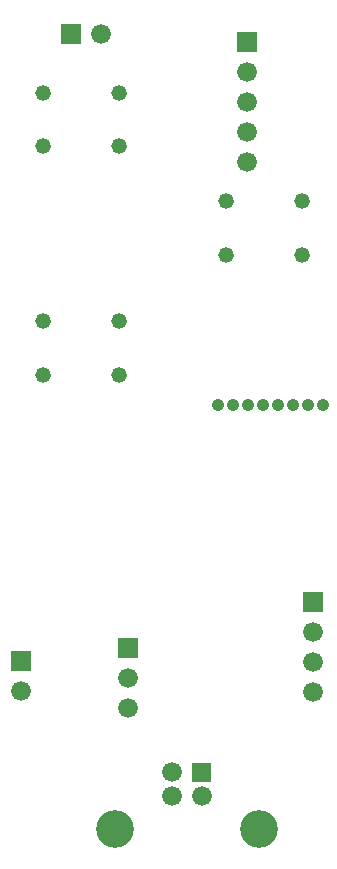
<source format=gbr>
G04 start of page 5 for group -4062 idx -4062
G04 Title: (unknown), soldermask *
G04 Creator: pcb 20080202 *
G04 CreationDate: Mon 07 Jul 2008 02:37:13 PM GMT UTC *
G04 For: sean *
G04 Format: Gerber/RS-274X *
G04 PCB-Dimensions: 130000 290000 *
G04 PCB-Coordinate-Origin: lower left *
%MOIN*%
%FSLAX24Y24*%
%LNBACKMASK*%
%ADD13C,0.0200*%
%ADD35C,0.0660*%
%ADD36C,0.0420*%
%ADD37C,0.0520*%
%ADD38C,0.1260*%
G54D35*X11730Y8080D03*
Y6080D03*
G54D13*G36*
X11400Y9410D02*Y8750D01*
X12060D01*
Y9410D01*
X11400D01*
G37*
G54D36*X8570Y15650D03*
X9070D03*
X9570D03*
X10070D03*
X10570D03*
X11070D03*
X11570D03*
X12070D03*
G54D37*X2711Y18423D03*
X5270D03*
Y16652D03*
X2711D03*
X2710Y26025D03*
Y24254D03*
G54D35*X11730Y7080D03*
G54D13*G36*
X1660Y7440D02*Y6780D01*
X2320D01*
Y7440D01*
X1660D01*
G37*
G36*
X5230Y7880D02*Y7220D01*
X5890D01*
Y7880D01*
X5230D01*
G37*
G54D35*X1990Y6110D03*
X5560Y6550D03*
Y5550D03*
G54D13*G36*
X7680Y3720D02*Y3060D01*
X8340D01*
Y3720D01*
X7680D01*
G37*
G54D35*X7010Y3390D03*
Y2590D03*
X8010D03*
G54D38*X9910Y1490D03*
X5110D03*
G54D13*G36*
X3320Y28340D02*Y27680D01*
X3980D01*
Y28340D01*
X3320D01*
G37*
G54D35*X4650Y28010D03*
G54D13*G36*
X9200Y28070D02*Y27410D01*
X9860D01*
Y28070D01*
X9200D01*
G37*
G54D35*X9530Y26740D03*
Y25740D03*
G54D37*X5269Y26025D03*
Y24254D03*
G54D35*X9530Y24740D03*
Y23740D03*
G54D37*X8810Y22423D03*
X11369D03*
Y20652D03*
X8810D03*
M02*

</source>
